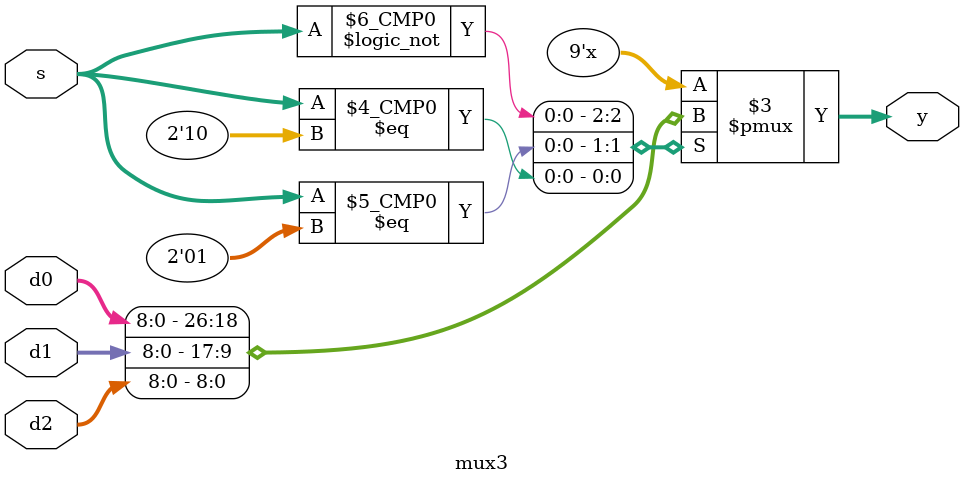
<source format=sv>
`timescale 1ns / 1ps

module mux3
    #(parameter WIDTH = 9)
    (input logic [WIDTH-1:0] d0, d1, d2,
     input logic [1:0] s,
     output logic [WIDTH-1:0] y);

    always_comb begin
        case(s)
            2'b00: y = d0;
            2'b01: y = d1;
            2'b10: y = d2;
            default: y = 'bx; // Handle undefined cases
        endcase
    end

endmodule


</source>
